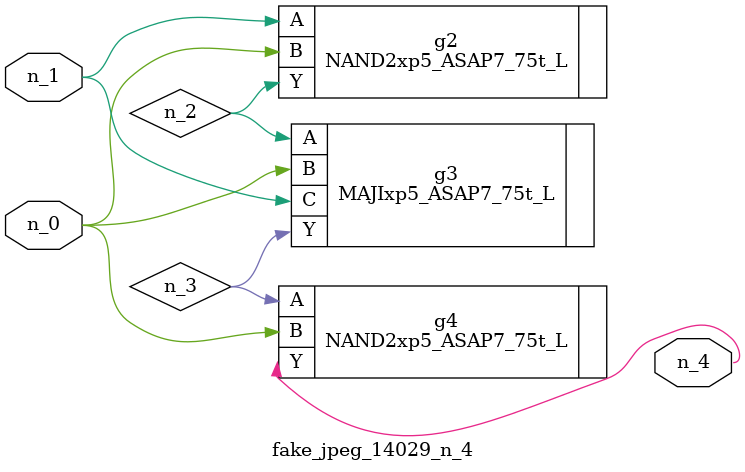
<source format=v>
module fake_jpeg_14029_n_4 (n_0, n_1, n_4);

input n_0;
input n_1;

output n_4;

wire n_2;
wire n_3;

NAND2xp5_ASAP7_75t_L g2 ( 
.A(n_1),
.B(n_0),
.Y(n_2)
);

MAJIxp5_ASAP7_75t_L g3 ( 
.A(n_2),
.B(n_0),
.C(n_1),
.Y(n_3)
);

NAND2xp5_ASAP7_75t_L g4 ( 
.A(n_3),
.B(n_0),
.Y(n_4)
);


endmodule
</source>
